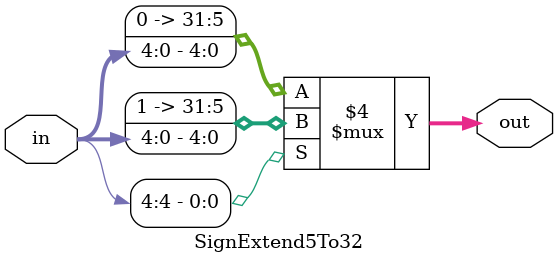
<source format=v>
`timescale 1ns / 1ps


module SignExtend5To32(in, out);
    
        input [4:0] in;
        
        /* A 32-Bit output word */
        output reg [31:0] out;
        
        /* Fill in the implementation here ... */
        
        
        always @ (*)    begin
            if (in[4] == 0)    begin
                out <= {27'b0, in};
            end
            else begin    
                out <= {27'b111111111111111111111111111, in};
    
            end
        
        end
endmodule

</source>
